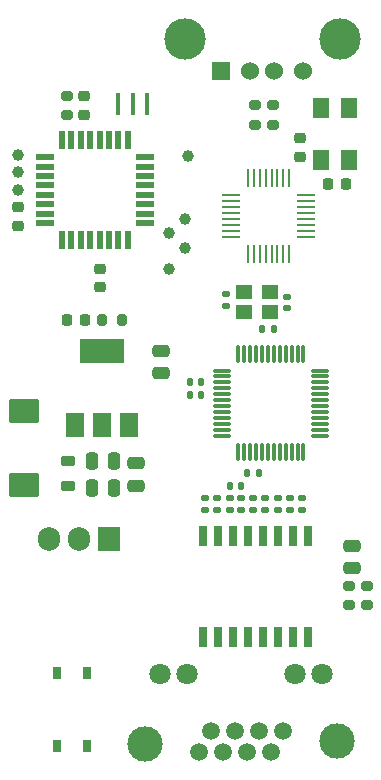
<source format=gbr>
%TF.GenerationSoftware,KiCad,Pcbnew,6.0.11+dfsg-1*%
%TF.CreationDate,2023-12-15T22:29:29+03:00*%
%TF.ProjectId,mr107,6d723130-372e-46b6-9963-61645f706362,rev?*%
%TF.SameCoordinates,Original*%
%TF.FileFunction,Soldermask,Bot*%
%TF.FilePolarity,Negative*%
%FSLAX46Y46*%
G04 Gerber Fmt 4.6, Leading zero omitted, Abs format (unit mm)*
G04 Created by KiCad (PCBNEW 6.0.11+dfsg-1) date 2023-12-15 22:29:29*
%MOMM*%
%LPD*%
G01*
G04 APERTURE LIST*
G04 Aperture macros list*
%AMRoundRect*
0 Rectangle with rounded corners*
0 $1 Rounding radius*
0 $2 $3 $4 $5 $6 $7 $8 $9 X,Y pos of 4 corners*
0 Add a 4 corners polygon primitive as box body*
4,1,4,$2,$3,$4,$5,$6,$7,$8,$9,$2,$3,0*
0 Add four circle primitives for the rounded corners*
1,1,$1+$1,$2,$3*
1,1,$1+$1,$4,$5*
1,1,$1+$1,$6,$7*
1,1,$1+$1,$8,$9*
0 Add four rect primitives between the rounded corners*
20,1,$1+$1,$2,$3,$4,$5,0*
20,1,$1+$1,$4,$5,$6,$7,0*
20,1,$1+$1,$6,$7,$8,$9,0*
20,1,$1+$1,$8,$9,$2,$3,0*%
G04 Aperture macros list end*
%ADD10RoundRect,0.135000X-0.185000X0.135000X-0.185000X-0.135000X0.185000X-0.135000X0.185000X0.135000X0*%
%ADD11R,0.400000X1.900000*%
%ADD12RoundRect,0.075000X0.075000X-0.662500X0.075000X0.662500X-0.075000X0.662500X-0.075000X-0.662500X0*%
%ADD13RoundRect,0.075000X0.662500X-0.075000X0.662500X0.075000X-0.662500X0.075000X-0.662500X-0.075000X0*%
%ADD14RoundRect,0.250000X0.475000X-0.250000X0.475000X0.250000X-0.475000X0.250000X-0.475000X-0.250000X0*%
%ADD15RoundRect,0.140000X0.140000X0.170000X-0.140000X0.170000X-0.140000X-0.170000X0.140000X-0.170000X0*%
%ADD16C,1.000000*%
%ADD17RoundRect,0.225000X-0.250000X0.225000X-0.250000X-0.225000X0.250000X-0.225000X0.250000X0.225000X0*%
%ADD18R,0.550000X1.600000*%
%ADD19R,1.600000X0.550000*%
%ADD20R,1.500000X2.000000*%
%ADD21R,3.800000X2.000000*%
%ADD22RoundRect,0.200000X0.200000X0.275000X-0.200000X0.275000X-0.200000X-0.275000X0.200000X-0.275000X0*%
%ADD23R,1.400000X1.200000*%
%ADD24R,0.800000X1.000000*%
%ADD25C,1.500000*%
%ADD26C,1.800000*%
%ADD27C,3.000000*%
%ADD28RoundRect,0.135000X-0.135000X-0.185000X0.135000X-0.185000X0.135000X0.185000X-0.135000X0.185000X0*%
%ADD29RoundRect,0.200000X-0.275000X0.200000X-0.275000X-0.200000X0.275000X-0.200000X0.275000X0.200000X0*%
%ADD30RoundRect,0.218750X-0.218750X-0.256250X0.218750X-0.256250X0.218750X0.256250X-0.218750X0.256250X0*%
%ADD31R,1.524000X1.524000*%
%ADD32C,1.524000*%
%ADD33C,3.500000*%
%ADD34RoundRect,0.140000X0.170000X-0.140000X0.170000X0.140000X-0.170000X0.140000X-0.170000X-0.140000X0*%
%ADD35RoundRect,0.062500X0.062500X-0.662500X0.062500X0.662500X-0.062500X0.662500X-0.062500X-0.662500X0*%
%ADD36RoundRect,0.062500X0.662500X-0.062500X0.662500X0.062500X-0.662500X0.062500X-0.662500X-0.062500X0*%
%ADD37RoundRect,0.140000X-0.170000X0.140000X-0.170000X-0.140000X0.170000X-0.140000X0.170000X0.140000X0*%
%ADD38RoundRect,0.140000X-0.140000X-0.170000X0.140000X-0.170000X0.140000X0.170000X-0.140000X0.170000X0*%
%ADD39RoundRect,0.250000X-1.025000X0.787500X-1.025000X-0.787500X1.025000X-0.787500X1.025000X0.787500X0*%
%ADD40RoundRect,0.218750X0.381250X-0.218750X0.381250X0.218750X-0.381250X0.218750X-0.381250X-0.218750X0*%
%ADD41RoundRect,0.225000X0.225000X0.250000X-0.225000X0.250000X-0.225000X-0.250000X0.225000X-0.250000X0*%
%ADD42RoundRect,0.250000X-0.250000X-0.475000X0.250000X-0.475000X0.250000X0.475000X-0.250000X0.475000X0*%
%ADD43RoundRect,0.250000X-0.475000X0.250000X-0.475000X-0.250000X0.475000X-0.250000X0.475000X0.250000X0*%
%ADD44R,0.700000X1.670000*%
%ADD45RoundRect,0.200000X0.275000X-0.200000X0.275000X0.200000X-0.275000X0.200000X-0.275000X-0.200000X0*%
%ADD46R,1.400000X1.800000*%
%ADD47R,1.905000X2.000000*%
%ADD48O,1.905000X2.000000*%
%ADD49RoundRect,0.218750X0.256250X-0.218750X0.256250X0.218750X-0.256250X0.218750X-0.256250X-0.218750X0*%
G04 APERTURE END LIST*
D10*
%TO.C,R11*%
X72686814Y-94980000D03*
X72686814Y-96000000D03*
%TD*%
%TO.C,R1*%
X73736814Y-94979214D03*
X73736814Y-95999214D03*
%TD*%
D11*
%TO.C,Y3*%
X67790000Y-61613000D03*
X66590000Y-61613000D03*
X65390000Y-61613000D03*
%TD*%
D12*
%TO.C,U1*%
X81055000Y-91096714D03*
X80555000Y-91096714D03*
X80055000Y-91096714D03*
X79555000Y-91096714D03*
X79055000Y-91096714D03*
X78555000Y-91096714D03*
X78055000Y-91096714D03*
X77555000Y-91096714D03*
X77055000Y-91096714D03*
X76555000Y-91096714D03*
X76055000Y-91096714D03*
X75555000Y-91096714D03*
D13*
X74142500Y-89684214D03*
X74142500Y-89184214D03*
X74142500Y-88684214D03*
X74142500Y-88184214D03*
X74142500Y-87684214D03*
X74142500Y-87184214D03*
X74142500Y-86684214D03*
X74142500Y-86184214D03*
X74142500Y-85684214D03*
X74142500Y-85184214D03*
X74142500Y-84684214D03*
X74142500Y-84184214D03*
D12*
X75555000Y-82771714D03*
X76055000Y-82771714D03*
X76555000Y-82771714D03*
X77055000Y-82771714D03*
X77555000Y-82771714D03*
X78055000Y-82771714D03*
X78555000Y-82771714D03*
X79055000Y-82771714D03*
X79555000Y-82771714D03*
X80055000Y-82771714D03*
X80555000Y-82771714D03*
X81055000Y-82771714D03*
D13*
X82467500Y-84184214D03*
X82467500Y-84684214D03*
X82467500Y-85184214D03*
X82467500Y-85684214D03*
X82467500Y-86184214D03*
X82467500Y-86684214D03*
X82467500Y-87184214D03*
X82467500Y-87684214D03*
X82467500Y-88184214D03*
X82467500Y-88684214D03*
X82467500Y-89184214D03*
X82467500Y-89684214D03*
%TD*%
D14*
%TO.C,C17*%
X66885000Y-93925000D03*
X66885000Y-92025000D03*
%TD*%
D15*
%TO.C,C18*%
X72392500Y-86244214D03*
X71432500Y-86244214D03*
%TD*%
D16*
%TO.C,J6*%
X56915000Y-68923000D03*
%TD*%
D17*
%TO.C,C8*%
X56915000Y-70358000D03*
X56915000Y-71908000D03*
%TD*%
D18*
%TO.C,U2*%
X60590000Y-64663000D03*
X61390000Y-64663000D03*
X62190000Y-64663000D03*
X62990000Y-64663000D03*
X63790000Y-64663000D03*
X64590000Y-64663000D03*
X65390000Y-64663000D03*
X66190000Y-64663000D03*
D19*
X67640000Y-66113000D03*
X67640000Y-66913000D03*
X67640000Y-67713000D03*
X67640000Y-68513000D03*
X67640000Y-69313000D03*
X67640000Y-70113000D03*
X67640000Y-70913000D03*
X67640000Y-71713000D03*
D18*
X66190000Y-73163000D03*
X65390000Y-73163000D03*
X64590000Y-73163000D03*
X63790000Y-73163000D03*
X62990000Y-73163000D03*
X62190000Y-73163000D03*
X61390000Y-73163000D03*
X60590000Y-73163000D03*
D19*
X59140000Y-71713000D03*
X59140000Y-70913000D03*
X59140000Y-70113000D03*
X59140000Y-69313000D03*
X59140000Y-68513000D03*
X59140000Y-67713000D03*
X59140000Y-66913000D03*
X59140000Y-66113000D03*
%TD*%
D20*
%TO.C,U3*%
X66275000Y-88795000D03*
X63975000Y-88795000D03*
D21*
X63975000Y-82495000D03*
D20*
X61675000Y-88795000D03*
%TD*%
D22*
%TO.C,R14*%
X65670000Y-79915000D03*
X64020000Y-79915000D03*
%TD*%
D23*
%TO.C,Y1*%
X75990000Y-77560000D03*
X78190000Y-77560000D03*
X78190000Y-79260000D03*
X75990000Y-79260000D03*
%TD*%
D16*
%TO.C,J7*%
X69715000Y-75573000D03*
%TD*%
D24*
%TO.C,D5*%
X62750000Y-115965000D03*
X60210000Y-115965000D03*
X60210000Y-109815000D03*
X62750000Y-109815000D03*
%TD*%
D16*
%TO.C,J3*%
X71005000Y-71373000D03*
%TD*%
D15*
%TO.C,C16*%
X72385000Y-85184214D03*
X71425000Y-85184214D03*
%TD*%
D25*
%TO.C,J10*%
X72210000Y-116467500D03*
X73230000Y-114687500D03*
X74250000Y-116467500D03*
X75270000Y-114687500D03*
X76290000Y-116467500D03*
X77310000Y-114687500D03*
X78330000Y-116467500D03*
X79350000Y-114687500D03*
D26*
X68920000Y-109867500D03*
X71210000Y-109867500D03*
X80350000Y-109867500D03*
X82640000Y-109867500D03*
D27*
X67655000Y-115777500D03*
X83905000Y-115577500D03*
%TD*%
D28*
%TO.C,R2*%
X77540000Y-80680000D03*
X78560000Y-80680000D03*
%TD*%
D29*
%TO.C,R16*%
X84910000Y-102395000D03*
X84910000Y-104045000D03*
%TD*%
D30*
%TO.C,D3*%
X61027500Y-79915000D03*
X62602500Y-79915000D03*
%TD*%
D31*
%TO.C,J1*%
X74060000Y-58820000D03*
D32*
X76560000Y-58820000D03*
X78560000Y-58820000D03*
X81060000Y-58820000D03*
D33*
X84130000Y-56110000D03*
X70990000Y-56110000D03*
%TD*%
D34*
%TO.C,C20*%
X75797500Y-95949214D03*
X75797500Y-94989214D03*
%TD*%
%TO.C,C19*%
X76800000Y-95960000D03*
X76800000Y-95000000D03*
%TD*%
D35*
%TO.C,D1*%
X79860000Y-74300000D03*
X79360000Y-74300000D03*
X78860000Y-74300000D03*
X78360000Y-74300000D03*
X77860000Y-74300000D03*
X77360000Y-74300000D03*
X76860000Y-74300000D03*
X76360000Y-74300000D03*
D36*
X74910000Y-72850000D03*
X74910000Y-72350000D03*
X74910000Y-71850000D03*
X74910000Y-71350000D03*
X74910000Y-70850000D03*
X74910000Y-70350000D03*
X74910000Y-69850000D03*
X74910000Y-69350000D03*
D35*
X76360000Y-67900000D03*
X76860000Y-67900000D03*
X77360000Y-67900000D03*
X77860000Y-67900000D03*
X78360000Y-67900000D03*
X78860000Y-67900000D03*
X79360000Y-67900000D03*
X79860000Y-67900000D03*
D36*
X81310000Y-69350000D03*
X81310000Y-69850000D03*
X81310000Y-70350000D03*
X81310000Y-70850000D03*
X81310000Y-71350000D03*
X81310000Y-71850000D03*
X81310000Y-72350000D03*
X81310000Y-72850000D03*
%TD*%
D37*
%TO.C,C3*%
X74490000Y-77720000D03*
X74490000Y-78680000D03*
%TD*%
D38*
%TO.C,C28*%
X74850000Y-93990000D03*
X75810000Y-93990000D03*
%TD*%
D39*
%TO.C,C2*%
X57410000Y-87637500D03*
X57410000Y-93862500D03*
%TD*%
D16*
%TO.C,J4*%
X69715000Y-72563000D03*
%TD*%
D28*
%TO.C,R10*%
X76250000Y-92900000D03*
X77270000Y-92900000D03*
%TD*%
D40*
%TO.C,L3*%
X61085000Y-93962500D03*
X61085000Y-91837500D03*
%TD*%
D41*
%TO.C,C26*%
X84645000Y-68410000D03*
X83095000Y-68410000D03*
%TD*%
D29*
%TO.C,R15*%
X86430000Y-102395000D03*
X86430000Y-104045000D03*
%TD*%
D17*
%TO.C,C4*%
X63815000Y-75588000D03*
X63815000Y-77138000D03*
%TD*%
D42*
%TO.C,C9*%
X63135000Y-91825000D03*
X65035000Y-91825000D03*
%TD*%
D16*
%TO.C,J8*%
X56925000Y-65903000D03*
%TD*%
D10*
%TO.C,R6*%
X77822500Y-94979214D03*
X77822500Y-95999214D03*
%TD*%
D37*
%TO.C,C24*%
X80972500Y-94989214D03*
X80972500Y-95949214D03*
%TD*%
D10*
%TO.C,R12*%
X74797500Y-94979214D03*
X74797500Y-95999214D03*
%TD*%
D16*
%TO.C,J9*%
X71320000Y-66030000D03*
%TD*%
D10*
%TO.C,R7*%
X78897500Y-94979214D03*
X78897500Y-95999214D03*
%TD*%
D16*
%TO.C,J2*%
X56915000Y-67413000D03*
%TD*%
D42*
%TO.C,C1*%
X63135000Y-94100000D03*
X65035000Y-94100000D03*
%TD*%
D43*
%TO.C,C10*%
X68970000Y-82500000D03*
X68970000Y-84400000D03*
%TD*%
D37*
%TO.C,C23*%
X79947500Y-94989214D03*
X79947500Y-95949214D03*
%TD*%
D44*
%TO.C,D4*%
X72531814Y-98205000D03*
X73801814Y-98205000D03*
X75071814Y-98205000D03*
X76341814Y-98205000D03*
X77611814Y-98205000D03*
X78881814Y-98205000D03*
X80151814Y-98205000D03*
X81421814Y-98205000D03*
X81421814Y-106735000D03*
X80151814Y-106735000D03*
X78881814Y-106735000D03*
X77611814Y-106735000D03*
X76341814Y-106735000D03*
X75071814Y-106735000D03*
X73801814Y-106735000D03*
X72531814Y-106735000D03*
%TD*%
D45*
%TO.C,R5*%
X61035000Y-62548000D03*
X61035000Y-60898000D03*
%TD*%
D46*
%TO.C,Y2*%
X84930000Y-61920000D03*
X84930000Y-66320000D03*
X82530000Y-66320000D03*
X82530000Y-61920000D03*
%TD*%
D14*
%TO.C,C29*%
X85170000Y-100940000D03*
X85170000Y-99040000D03*
%TD*%
D45*
%TO.C,R3*%
X78440000Y-63355000D03*
X78440000Y-61705000D03*
%TD*%
%TO.C,R4*%
X76970000Y-63355000D03*
X76970000Y-61705000D03*
%TD*%
D34*
%TO.C,C5*%
X79650000Y-78900000D03*
X79650000Y-77940000D03*
%TD*%
D47*
%TO.C,U4*%
X64600000Y-98410000D03*
D48*
X62060000Y-98410000D03*
X59520000Y-98410000D03*
%TD*%
D17*
%TO.C,C27*%
X80730000Y-64535000D03*
X80730000Y-66085000D03*
%TD*%
D16*
%TO.C,J5*%
X71040000Y-73838000D03*
%TD*%
D49*
%TO.C,D2*%
X62505000Y-62510500D03*
X62505000Y-60935500D03*
%TD*%
M02*

</source>
